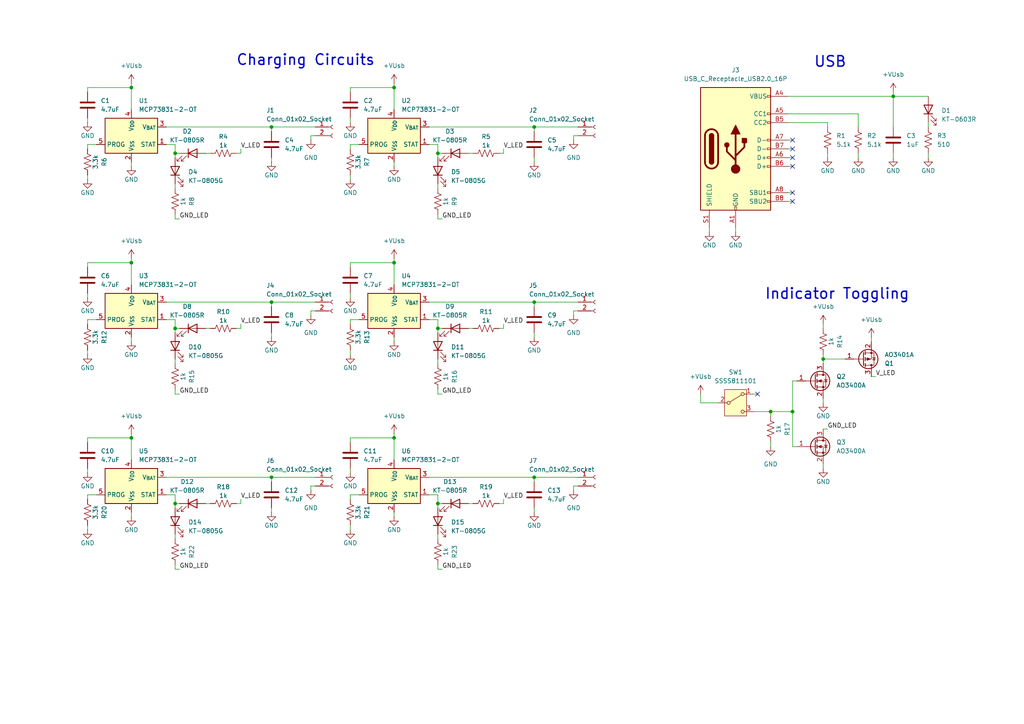
<source format=kicad_sch>
(kicad_sch (version 20250114) (generator "eeschema") (generator_version "9.0")
  (paper "A4")
  (title_block (title "AltusCharger") (date "2025-08-06") (rev "1.0") (company "Brian Parks"))
  (text "USB" (at 240.792 18.034 0) (effects (font (size 3.048 3.048) (thickness 0.4064) (bold yes))))
  (text "Charging Circuits" (at 88.646 17.526 0) (effects (font (size 3.048 3.048) (thickness 0.4064) (bold yes))))
  (text "Indicator Toggling" (at 242.824 85.344 0) (effects (font (size 3.048 3.048) (thickness 0.4064) (bold yes))))
  (junction (at 38.1 127))
  (junction (at 127 95.25))
  (junction (at 114.3 76.2))
  (junction (at 38.1 25.4))
  (junction (at 154.94 36.83))
  (junction (at 38.1 76.2))
  (junction (at 114.3 127))
  (junction (at 50.8 146.05))
  (junction (at 238.76 104.14))
  (junction (at 50.8 44.45))
  (junction (at 78.74 138.43))
  (junction (at 78.74 36.83))
  (junction (at 229.87 119.38))
  (junction (at 223.52 119.38))
  (junction (at 154.94 87.63))
  (junction (at 127 44.45))
  (junction (at 50.8 95.25))
  (junction (at 127 146.05))
  (junction (at 259.08 27.94))
  (junction (at 114.3 25.4))
  (junction (at 154.94 138.43))
  (junction (at 78.74 87.63))
  (no_connect (at 229.87 58.42))
  (no_connect (at 229.87 48.26))
  (no_connect (at 229.87 40.64))
  (no_connect (at 219.71 114.3))
  (no_connect (at 229.87 43.18))
  (no_connect (at 229.87 45.72))
  (no_connect (at 229.87 55.88))
  (wire (pts (xy 213.36 66.04) (xy 213.36 67.31)))
  (wire (pts (xy 219.71 114.3) (xy 218.44 114.3)))
  (wire (pts (xy 259.08 27.94) (xy 269.24 27.94)))
  (wire (pts (xy 101.6 135.89) (xy 101.6 137.16)))
  (wire (pts (xy 252.73 109.22) (xy 254 109.22)))
  (wire (pts (xy 137.16 95.25) (xy 135.89 95.25)))
  (wire (pts (xy 127 165.1) (xy 127 163.83)))
  (wire (pts (xy 38.1 125.73) (xy 38.1 127)))
  (wire (pts (xy 259.08 26.67) (xy 259.08 27.94)))
  (wire (pts (xy 128.27 63.5) (xy 127 63.5)))
  (wire (pts (xy 127 95.25) (xy 128.27 95.25)))
  (wire (pts (xy 223.52 128.27) (xy 223.52 129.54)))
  (wire (pts (xy 154.94 46.99) (xy 154.94 45.72)))
  (wire (pts (xy 25.4 153.67) (xy 25.4 152.4)))
  (wire (pts (xy 166.37 90.17) (xy 167.64 90.17)))
  (wire (pts (xy 127 147.32) (xy 127 146.05)))
  (wire (pts (xy 127 146.05) (xy 128.27 146.05)))
  (wire (pts (xy 229.87 129.54) (xy 229.87 119.38)))
  (wire (pts (xy 50.8 114.3) (xy 50.8 113.03)))
  (wire (pts (xy 50.8 45.72) (xy 50.8 44.45)))
  (wire (pts (xy 203.2 116.84) (xy 208.28 116.84)))
  (wire (pts (xy 69.85 146.05) (xy 68.58 146.05)))
  (wire (pts (xy 114.3 125.73) (xy 114.3 127)))
  (wire (pts (xy 228.6 27.94) (xy 259.08 27.94)))
  (wire (pts (xy 229.87 110.49) (xy 231.14 110.49)))
  (wire (pts (xy 25.4 128.27) (xy 25.4 127)))
  (wire (pts (xy 52.07 165.1) (xy 50.8 165.1)))
  (wire (pts (xy 78.74 97.79) (xy 78.74 96.52)))
  (wire (pts (xy 154.94 148.59) (xy 154.94 147.32)))
  (wire (pts (xy 114.3 48.26) (xy 114.3 46.99)))
  (wire (pts (xy 114.3 76.2) (xy 114.3 82.55)))
  (wire (pts (xy 269.24 35.56) (xy 269.24 36.83)))
  (wire (pts (xy 127 53.34) (xy 127 54.61)))
  (wire (pts (xy 38.1 149.86) (xy 38.1 148.59)))
  (wire (pts (xy 127 114.3) (xy 127 113.03)))
  (wire (pts (xy 252.73 97.79) (xy 252.73 99.06)))
  (wire (pts (xy 127 63.5) (xy 127 62.23)))
  (wire (pts (xy 38.1 25.4) (xy 38.1 31.75)))
  (wire (pts (xy 90.17 140.97) (xy 91.44 140.97)))
  (wire (pts (xy 50.8 92.71) (xy 50.8 95.25)))
  (wire (pts (xy 50.8 143.51) (xy 50.8 146.05)))
  (wire (pts (xy 137.16 146.05) (xy 135.89 146.05)))
  (wire (pts (xy 154.94 138.43) (xy 154.94 139.7)))
  (wire (pts (xy 25.4 85.09) (xy 25.4 86.36)))
  (wire (pts (xy 38.1 74.93) (xy 38.1 76.2)))
  (wire (pts (xy 205.74 66.04) (xy 205.74 67.31)))
  (wire (pts (xy 50.8 154.94) (xy 50.8 156.21)))
  (wire (pts (xy 50.8 41.91) (xy 50.8 44.45)))
  (wire (pts (xy 124.46 138.43) (xy 154.94 138.43)))
  (wire (pts (xy 146.05 144.78) (xy 146.05 146.05)))
  (wire (pts (xy 238.76 134.62) (xy 238.76 135.89)))
  (wire (pts (xy 50.8 96.52) (xy 50.8 95.25)))
  (wire (pts (xy 101.6 43.18) (xy 101.6 41.91)))
  (wire (pts (xy 238.76 115.57) (xy 238.76 116.84)))
  (wire (pts (xy 38.1 24.13) (xy 38.1 25.4)))
  (wire (pts (xy 25.4 144.78) (xy 25.4 143.51)))
  (wire (pts (xy 166.37 140.97) (xy 166.37 142.24)))
  (wire (pts (xy 154.94 87.63) (xy 167.64 87.63)))
  (wire (pts (xy 218.44 119.38) (xy 223.52 119.38)))
  (wire (pts (xy 166.37 39.37) (xy 167.64 39.37)))
  (wire (pts (xy 248.92 33.02) (xy 248.92 36.83)))
  (wire (pts (xy 48.26 92.71) (xy 50.8 92.71)))
  (wire (pts (xy 25.4 135.89) (xy 25.4 137.16)))
  (wire (pts (xy 50.8 95.25) (xy 52.07 95.25)))
  (wire (pts (xy 166.37 90.17) (xy 166.37 91.44)))
  (wire (pts (xy 114.3 25.4) (xy 114.3 31.75)))
  (wire (pts (xy 90.17 39.37) (xy 91.44 39.37)))
  (wire (pts (xy 127 44.45) (xy 128.27 44.45)))
  (wire (pts (xy 114.3 127) (xy 114.3 133.35)))
  (wire (pts (xy 69.85 44.45) (xy 68.58 44.45)))
  (wire (pts (xy 25.4 76.2) (xy 38.1 76.2)))
  (wire (pts (xy 229.87 119.38) (xy 223.52 119.38)))
  (wire (pts (xy 48.26 36.83) (xy 78.74 36.83)))
  (wire (pts (xy 114.3 24.13) (xy 114.3 25.4)))
  (wire (pts (xy 114.3 149.86) (xy 114.3 148.59)))
  (wire (pts (xy 124.46 143.51) (xy 127 143.51)))
  (wire (pts (xy 101.6 143.51) (xy 104.14 143.51)))
  (wire (pts (xy 124.46 92.71) (xy 127 92.71)))
  (wire (pts (xy 229.87 58.42) (xy 228.6 58.42)))
  (wire (pts (xy 50.8 44.45) (xy 52.07 44.45)))
  (wire (pts (xy 48.26 41.91) (xy 50.8 41.91)))
  (wire (pts (xy 25.4 127) (xy 38.1 127)))
  (wire (pts (xy 124.46 87.63) (xy 154.94 87.63)))
  (wire (pts (xy 238.76 102.87) (xy 238.76 104.14)))
  (wire (pts (xy 38.1 48.26) (xy 38.1 46.99)))
  (wire (pts (xy 101.6 25.4) (xy 114.3 25.4)))
  (wire (pts (xy 25.4 34.29) (xy 25.4 35.56)))
  (wire (pts (xy 229.87 40.64) (xy 228.6 40.64)))
  (wire (pts (xy 25.4 25.4) (xy 38.1 25.4)))
  (wire (pts (xy 38.1 76.2) (xy 38.1 82.55)))
  (wire (pts (xy 25.4 43.18) (xy 25.4 41.91)))
  (wire (pts (xy 69.85 95.25) (xy 68.58 95.25)))
  (wire (pts (xy 127 104.14) (xy 127 105.41)))
  (wire (pts (xy 25.4 102.87) (xy 25.4 101.6)))
  (wire (pts (xy 101.6 102.87) (xy 101.6 101.6)))
  (wire (pts (xy 69.85 93.98) (xy 69.85 95.25)))
  (wire (pts (xy 60.96 146.05) (xy 59.69 146.05)))
  (wire (pts (xy 127 143.51) (xy 127 146.05)))
  (wire (pts (xy 69.85 144.78) (xy 69.85 146.05)))
  (wire (pts (xy 78.74 148.59) (xy 78.74 147.32)))
  (wire (pts (xy 146.05 44.45) (xy 144.78 44.45)))
  (wire (pts (xy 154.94 36.83) (xy 154.94 38.1)))
  (wire (pts (xy 154.94 97.79) (xy 154.94 96.52)))
  (wire (pts (xy 101.6 41.91) (xy 104.14 41.91)))
  (wire (pts (xy 127 92.71) (xy 127 95.25)))
  (wire (pts (xy 50.8 147.32) (xy 50.8 146.05)))
  (wire (pts (xy 114.3 74.93) (xy 114.3 76.2)))
  (wire (pts (xy 240.03 36.83) (xy 240.03 35.56)))
  (wire (pts (xy 25.4 41.91) (xy 27.94 41.91)))
  (wire (pts (xy 259.08 27.94) (xy 259.08 36.83)))
  (wire (pts (xy 124.46 36.83) (xy 154.94 36.83)))
  (wire (pts (xy 203.2 114.3) (xy 203.2 116.84)))
  (wire (pts (xy 78.74 36.83) (xy 78.74 38.1)))
  (wire (pts (xy 101.6 153.67) (xy 101.6 152.4)))
  (wire (pts (xy 128.27 114.3) (xy 127 114.3)))
  (wire (pts (xy 259.08 44.45) (xy 259.08 45.72)))
  (wire (pts (xy 269.24 44.45) (xy 269.24 45.72)))
  (wire (pts (xy 101.6 52.07) (xy 101.6 50.8)))
  (wire (pts (xy 228.6 33.02) (xy 248.92 33.02)))
  (wire (pts (xy 78.74 138.43) (xy 78.74 139.7)))
  (wire (pts (xy 166.37 140.97) (xy 167.64 140.97)))
  (wire (pts (xy 25.4 92.71) (xy 27.94 92.71)))
  (wire (pts (xy 154.94 36.83) (xy 167.64 36.83)))
  (wire (pts (xy 78.74 46.99) (xy 78.74 45.72)))
  (wire (pts (xy 127 154.94) (xy 127 156.21)))
  (wire (pts (xy 114.3 99.06) (xy 114.3 97.79)))
  (wire (pts (xy 38.1 99.06) (xy 38.1 97.79)))
  (wire (pts (xy 25.4 143.51) (xy 27.94 143.51)))
  (wire (pts (xy 238.76 104.14) (xy 245.11 104.14)))
  (wire (pts (xy 48.26 143.51) (xy 50.8 143.51)))
  (wire (pts (xy 78.74 138.43) (xy 91.44 138.43)))
  (wire (pts (xy 25.4 77.47) (xy 25.4 76.2)))
  (wire (pts (xy 146.05 95.25) (xy 144.78 95.25)))
  (wire (pts (xy 238.76 93.98) (xy 238.76 95.25)))
  (wire (pts (xy 60.96 95.25) (xy 59.69 95.25)))
  (wire (pts (xy 166.37 39.37) (xy 166.37 40.64)))
  (wire (pts (xy 78.74 87.63) (xy 78.74 88.9)))
  (wire (pts (xy 78.74 87.63) (xy 91.44 87.63)))
  (wire (pts (xy 240.03 44.45) (xy 240.03 45.72)))
  (wire (pts (xy 90.17 140.97) (xy 90.17 142.24)))
  (wire (pts (xy 146.05 43.18) (xy 146.05 44.45)))
  (wire (pts (xy 101.6 92.71) (xy 104.14 92.71)))
  (wire (pts (xy 101.6 144.78) (xy 101.6 143.51)))
  (wire (pts (xy 101.6 34.29) (xy 101.6 35.56)))
  (wire (pts (xy 154.94 138.43) (xy 167.64 138.43)))
  (wire (pts (xy 229.87 55.88) (xy 228.6 55.88)))
  (wire (pts (xy 90.17 90.17) (xy 90.17 91.44)))
  (wire (pts (xy 248.92 44.45) (xy 248.92 45.72)))
  (wire (pts (xy 229.87 45.72) (xy 228.6 45.72)))
  (wire (pts (xy 25.4 26.67) (xy 25.4 25.4)))
  (wire (pts (xy 38.1 127) (xy 38.1 133.35)))
  (wire (pts (xy 101.6 85.09) (xy 101.6 86.36)))
  (wire (pts (xy 78.74 36.83) (xy 91.44 36.83)))
  (wire (pts (xy 52.07 63.5) (xy 50.8 63.5)))
  (wire (pts (xy 50.8 53.34) (xy 50.8 54.61)))
  (wire (pts (xy 90.17 90.17) (xy 91.44 90.17)))
  (wire (pts (xy 50.8 146.05) (xy 52.07 146.05)))
  (wire (pts (xy 101.6 77.47) (xy 101.6 76.2)))
  (wire (pts (xy 238.76 124.46) (xy 240.03 124.46)))
  (wire (pts (xy 124.46 41.91) (xy 127 41.91)))
  (wire (pts (xy 25.4 52.07) (xy 25.4 50.8)))
  (wire (pts (xy 90.17 39.37) (xy 90.17 40.64)))
  (wire (pts (xy 223.52 119.38) (xy 223.52 120.65)))
  (wire (pts (xy 101.6 128.27) (xy 101.6 127)))
  (wire (pts (xy 101.6 26.67) (xy 101.6 25.4)))
  (wire (pts (xy 101.6 76.2) (xy 114.3 76.2)))
  (wire (pts (xy 240.03 35.56) (xy 228.6 35.56)))
  (wire (pts (xy 101.6 127) (xy 114.3 127)))
  (wire (pts (xy 25.4 93.98) (xy 25.4 92.71)))
  (wire (pts (xy 154.94 87.63) (xy 154.94 88.9)))
  (wire (pts (xy 52.07 114.3) (xy 50.8 114.3)))
  (wire (pts (xy 60.96 44.45) (xy 59.69 44.45)))
  (wire (pts (xy 127 96.52) (xy 127 95.25)))
  (wire (pts (xy 146.05 146.05) (xy 144.78 146.05)))
  (wire (pts (xy 69.85 43.18) (xy 69.85 44.45)))
  (wire (pts (xy 48.26 87.63) (xy 78.74 87.63)))
  (wire (pts (xy 229.87 110.49) (xy 229.87 119.38)))
  (wire (pts (xy 238.76 104.14) (xy 238.76 105.41)))
  (wire (pts (xy 48.26 138.43) (xy 78.74 138.43)))
  (wire (pts (xy 127 45.72) (xy 127 44.45)))
  (wire (pts (xy 50.8 165.1) (xy 50.8 163.83)))
  (wire (pts (xy 146.05 93.98) (xy 146.05 95.25)))
  (wire (pts (xy 101.6 93.98) (xy 101.6 92.71)))
  (wire (pts (xy 128.27 165.1) (xy 127 165.1)))
  (wire (pts (xy 229.87 129.54) (xy 231.14 129.54)))
  (wire (pts (xy 50.8 104.14) (xy 50.8 105.41)))
  (wire (pts (xy 229.87 48.26) (xy 228.6 48.26)))
  (wire (pts (xy 50.8 63.5) (xy 50.8 62.23)))
  (wire (pts (xy 127 41.91) (xy 127 44.45)))
  (wire (pts (xy 229.87 43.18) (xy 228.6 43.18)))
  (wire (pts (xy 137.16 44.45) (xy 135.89 44.45)))
  (label "V_LED" (at 254 109.22 0))
  (label "V_LED" (at 146.05 144.78 0))
  (label "GND_LED" (at 128.27 165.1 0))
  (label "V_LED" (at 69.85 144.78 0))
  (label "GND_LED" (at 52.07 165.1 0))
  (label "V_LED" (at 69.85 43.18 0))
  (label "GND_LED" (at 128.27 114.3 0))
  (label "V_LED" (at 146.05 93.98 0))
  (label "GND_LED" (at 240.03 124.46 0))
  (label "V_LED" (at 69.85 93.98 0))
  (label "GND_LED" (at 52.07 63.5 0))
  (label "V_LED" (at 146.05 43.18 0))
  (label "GND_LED" (at 52.07 114.3 0))
  (label "GND_LED" (at 128.27 63.5 0))
  (symbol (lib_id "power:GND") (at 238.76 116.84 0) (unit 1)
    (property "Reference" "#PWR039" (effects (hide yes)))
    (property "Value" "GND" (at 238.76 120.65 0))
    (property "Description" "Power symbol creates a global label with name \"GND\" , ground" (effects (hide yes)))
  )
  (symbol (lib_id "power:GND") (at 78.74 148.59 0) (unit 1)
    (property "Reference" "#PWR048" (effects (hide yes)))
    (property "Value" "GND" (at 78.74 152.4 0))
    (property "Description" "Power symbol creates a global label with name \"GND\" , ground" (effects (hide yes)))
  )
  (symbol (lib_id "Connector:Conn_01x02_Socket") (at 172.72 138.43 0) (unit 1)
    (property "Reference" "J7" (at 153.416 133.604 0) (effects (justify left)))
    (property "Value" "Conn_01x02_Socket" (at 153.416 136.144 0) (effects (justify left)))
    (property "Footprint" "Connector_JST:JST_PH_B2B-PH-K_1x02_P2.00mm_Vertical" (effects (hide yes)))
    (property "Description" "Generic connector, single row, 01x02, script generated" (effects (hide yes)))
    (property "JLCPCB Part #" "C2319" (effects (hide yes)))
  )
  (symbol (lib_id "Device:R_US") (at 140.97 146.05 90) (unit 1)
    (property "Reference" "R19" (at 140.97 141.224 90))
    (property "Value" "1k" (at 140.97 143.764 90))
    (property "Footprint" "Resistor_SMD:R_0402_1005Metric" (effects (hide yes)))
    (property "Datasheet" "https://jlcpcb.com/api/file/downloadByFileSystemAccessId/8579705924167974912" (effects (hide yes)))
    (property "Description" "Resistor, US symbol" (effects (hide yes)))
    (property "JLCPCB Part #" "C11702" (effects (hide yes)))
  )
  (symbol (lib_id "Device:R_US") (at 238.76 99.06 0) (unit 1)
    (property "Reference" "R14" (at 243.586 99.06 90))
    (property "Value" "1k" (at 241.046 99.06 90))
    (property "Footprint" "Resistor_SMD:R_0402_1005Metric" (effects (hide yes)))
    (property "Datasheet" "https://jlcpcb.com/api/file/downloadByFileSystemAccessId/8579705924167974912" (effects (hide yes)))
    (property "Description" "Resistor, US symbol" (effects (hide yes)))
    (property "JLCPCB Part #" "C11702" (effects (hide yes)))
  )
  (symbol (lib_id "power:GND") (at 114.3 99.06 0) (unit 1)
    (property "Reference" "#PWR033" (effects (hide yes)))
    (property "Value" "GND" (at 114.3 102.87 0))
    (property "Description" "Power symbol creates a global label with name \"GND\" , ground" (effects (hide yes)))
  )
  (symbol (lib_id "Device:C") (at 78.74 92.71 0) (unit 1)
    (property "Reference" "C8" (at 82.55 91.4399 0) (effects (justify left)))
    (property "Value" "4.7uF" (at 82.55 93.9799 0) (effects (justify left)))
    (property "Footprint" "Capacitor_SMD:C_0402_1005Metric" (effects (hide yes)))
    (property "Datasheet" "https://jlcpcb.com/api/file/downloadByFileSystemAccessId/8579707174974914560" (effects (hide yes)))
    (property "Description" "Unpolarized capacitor" (effects (hide yes)))
    (property "JLCPCB Part #" "C23733" (effects (hide yes)))
  )
  (symbol (lib_id "Device:R_US") (at 101.6 46.99 0) (unit 1)
    (property "Reference" "R7" (at 106.426 46.99 90))
    (property "Value" "3.3k" (at 103.886 46.99 90))
    (property "Footprint" "Resistor_SMD:R_0402_1005Metric" (effects (hide yes)))
    (property "Datasheet" "https://jlcpcb.com/api/file/downloadByFileSystemAccessId/8579705924167974912" (effects (hide yes)))
    (property "Description" "Resistor, US symbol" (effects (hide yes)))
    (property "JLCPCB Part #" "C25890" (effects (hide yes)))
  )
  (symbol (lib_id "Device:R_US") (at 50.8 58.42 0) (unit 1)
    (property "Reference" "R8" (at 55.626 58.42 90))
    (property "Value" "1k" (at 53.086 58.42 90))
    (property "Footprint" "Resistor_SMD:R_0402_1005Metric" (effects (hide yes)))
    (property "Datasheet" "https://jlcpcb.com/api/file/downloadByFileSystemAccessId/8579705924167974912" (effects (hide yes)))
    (property "Description" "Resistor, US symbol" (effects (hide yes)))
    (property "JLCPCB Part #" "C11702" (effects (hide yes)))
  )
  (symbol (lib_id "power:GND") (at 90.17 142.24 0) (unit 1)
    (property "Reference" "#PWR045" (effects (hide yes)))
    (property "Value" "GND" (at 90.17 147.32 0))
    (property "Description" "Power symbol creates a global label with name \"GND\" , ground" (effects (hide yes)))
  )
  (symbol (lib_id "Device:C") (at 78.74 143.51 0) (unit 1)
    (property "Reference" "C12" (at 82.55 142.2399 0) (effects (justify left)))
    (property "Value" "4.7uF" (at 82.55 144.7799 0) (effects (justify left)))
    (property "Footprint" "Capacitor_SMD:C_0402_1005Metric" (effects (hide yes)))
    (property "Datasheet" "https://jlcpcb.com/api/file/downloadByFileSystemAccessId/8579707174974914560" (effects (hide yes)))
    (property "Description" "Unpolarized capacitor" (effects (hide yes)))
    (property "JLCPCB Part #" "C23733" (effects (hide yes)))
  )
  (symbol (lib_id "Device:R_US") (at 127 160.02 0) (unit 1)
    (property "Reference" "R23" (at 131.826 160.02 90))
    (property "Value" "1k" (at 129.286 160.02 90))
    (property "Footprint" "Resistor_SMD:R_0402_1005Metric" (effects (hide yes)))
    (property "Datasheet" "https://jlcpcb.com/api/file/downloadByFileSystemAccessId/8579705924167974912" (effects (hide yes)))
    (property "Description" "Resistor, US symbol" (effects (hide yes)))
    (property "JLCPCB Part #" "C11702" (effects (hide yes)))
  )
  (symbol (lib_id "Transistor_FET:AO3400A") (at 236.22 110.49 0) (unit 1)
    (property "Reference" "Q2" (at 242.57 109.2199 0) (effects (justify left)))
    (property "Value" "AO3400A" (at 242.57 111.7599 0) (effects (justify left)))
    (property "Footprint" "Package_TO_SOT_SMD:SOT-23" (effects (hide yes)))
    (property "Datasheet" "http://www.aosmd.com/pdfs/datasheet/AO3400A.pdf" (effects (hide yes)))
    (property "Description" "30V Vds, 5.7A Id, N-Channel MOSFET, SOT-23" (effects (hide yes)))
    (property "JLCPCB Part #" "C20917" (effects (hide yes)))
  )
  (symbol (lib_id "Device:LED") (at 127 49.53 90) (unit 1)
    (property "Reference" "D5" (at 130.81 49.8474 90) (effects (justify right)))
    (property "Value" "KT-0805G" (at 130.81 52.3874 90) (effects (justify right)))
    (property "Footprint" "LED_SMD:LED_0805_2012Metric" (effects (hide yes)))
    (property "Description" "Light emitting diode" (effects (hide yes)))
    (property "JLCPCB Part #" "C2297" (effects (hide yes)))
    (property "Sim.Pins" "1=K 2=A" (effects (hide yes)))
  )
  (symbol (lib_id "power:GND") (at 114.3 48.26 0) (unit 1)
    (property "Reference" "#PWR015" (effects (hide yes)))
    (property "Value" "GND" (at 114.3 52.07 0))
    (property "Description" "Power symbol creates a global label with name \"GND\" , ground" (effects (hide yes)))
  )
  (symbol (lib_id "Device:LED") (at 55.88 44.45 0) (unit 1)
    (property "Reference" "D2" (at 54.2925 38.1 0))
    (property "Value" "KT-0805R" (at 54.2925 40.64 0))
    (property "Footprint" "LED_SMD:LED_0805_2012Metric" (effects (hide yes)))
    (property "Description" "Light emitting diode" (effects (hide yes)))
    (property "JLCPCB Part #" "C2295" (effects (hide yes)))
    (property "Sim.Pins" "1=K 2=A" (effects (hide yes)))
  )
  (symbol (lib_id "power:GND") (at 38.1 48.26 0) (unit 1)
    (property "Reference" "#PWR014" (effects (hide yes)))
    (property "Value" "GND" (at 38.1 52.07 0))
    (property "Description" "Power symbol creates a global label with name \"GND\" , ground" (effects (hide yes)))
  )
  (symbol (lib_id "Device:LED") (at 127 100.33 90) (unit 1)
    (property "Reference" "D11" (at 130.81 100.6474 90) (effects (justify right)))
    (property "Value" "KT-0805G" (at 130.81 103.1874 90) (effects (justify right)))
    (property "Footprint" "LED_SMD:LED_0805_2012Metric" (effects (hide yes)))
    (property "Description" "Light emitting diode" (effects (hide yes)))
    (property "JLCPCB Part #" "C2297" (effects (hide yes)))
    (property "Sim.Pins" "1=K 2=A" (effects (hide yes)))
  )
  (symbol (lib_id "Connector:Conn_01x02_Socket") (at 96.52 36.83 0) (unit 1)
    (property "Reference" "J1" (at 77.216 32.004 0) (effects (justify left)))
    (property "Value" "Conn_01x02_Socket" (at 77.216 34.544 0) (effects (justify left)))
    (property "Footprint" "Connector_JST:JST_PH_B2B-PH-K_1x02_P2.00mm_Vertical" (effects (hide yes)))
    (property "Description" "Generic connector, single row, 01x02, script generated" (effects (hide yes)))
    (property "JLCPCB Part #" "C2319" (effects (hide yes)))
  )
  (symbol (lib_id "power:GND") (at 101.6 137.16 0) (unit 1)
    (property "Reference" "#PWR043" (effects (hide yes)))
    (property "Value" "GND" (at 101.6 140.97 0))
    (property "Description" "Power symbol creates a global label with name \"GND\" , ground" (effects (hide yes)))
  )
  (symbol (lib_id "power:GND") (at 25.4 35.56 0) (unit 1)
    (property "Reference" "#PWR04" (effects (hide yes)))
    (property "Value" "GND" (at 25.4 39.37 0))
    (property "Description" "Power symbol creates a global label with name \"GND\" , ground" (effects (hide yes)))
  )
  (symbol (lib_id "Device:R_US") (at 248.92 40.64 0) (unit 1)
    (property "Reference" "R2" (at 251.46 39.3699 0) (effects (justify left)))
    (property "Value" "5.1k" (at 251.46 41.9099 0) (effects (justify left)))
    (property "Footprint" "Resistor_SMD:R_0402_1005Metric" (effects (hide yes)))
    (property "Datasheet" "https://jlcpcb.com/api/file/downloadByFileSystemAccessId/8579706036003409920" (effects (hide yes)))
    (property "Description" "Resistor, US symbol" (effects (hide yes)))
    (property "JLCPCB Part #" "C25905" (effects (hide yes)))
  )
  (symbol (lib_id "Device:C") (at 25.4 30.48 0) (unit 1)
    (property "Reference" "C1" (at 29.21 29.2099 0) (effects (justify left)))
    (property "Value" "4.7uF" (at 29.21 31.7499 0) (effects (justify left)))
    (property "Footprint" "Capacitor_SMD:C_0402_1005Metric" (effects (hide yes)))
    (property "Datasheet" "https://jlcpcb.com/api/file/downloadByFileSystemAccessId/8579707174974914560" (effects (hide yes)))
    (property "Description" "Unpolarized capacitor" (effects (hide yes)))
    (property "JLCPCB Part #" "C23733" (effects (hide yes)))
  )
  (symbol (lib_id "Device:LED") (at 132.08 95.25 0) (unit 1)
    (property "Reference" "D9" (at 130.4925 88.9 0))
    (property "Value" "KT-0805R" (at 130.4925 91.44 0))
    (property "Footprint" "LED_SMD:LED_0805_2012Metric" (effects (hide yes)))
    (property "Description" "Light emitting diode" (effects (hide yes)))
    (property "JLCPCB Part #" "C2295" (effects (hide yes)))
    (property "Sim.Pins" "1=K 2=A" (effects (hide yes)))
  )
  (symbol (lib_id "Connector:Conn_01x02_Socket") (at 172.72 36.83 0) (unit 1)
    (property "Reference" "J2" (at 153.416 32.004 0) (effects (justify left)))
    (property "Value" "Conn_01x02_Socket" (at 153.416 34.544 0) (effects (justify left)))
    (property "Footprint" "Connector_JST:JST_PH_B2B-PH-K_1x02_P2.00mm_Vertical" (effects (hide yes)))
    (property "Description" "Generic connector, single row, 01x02, script generated" (effects (hide yes)))
    (property "JLCPCB Part #" "C2319" (effects (hide yes)))
  )
  (symbol (lib_id "power:GND") (at 166.37 142.24 0) (unit 1)
    (property "Reference" "#PWR046" (effects (hide yes)))
    (property "Value" "GND" (at 166.37 147.32 0))
    (property "Description" "Power symbol creates a global label with name \"GND\" , ground" (effects (hide yes)))
  )
  (symbol (lib_id "Device:R_US") (at 64.77 146.05 90) (unit 1)
    (property "Reference" "R18" (at 64.77 141.224 90))
    (property "Value" "1k" (at 64.77 143.764 90))
    (property "Footprint" "Resistor_SMD:R_0402_1005Metric" (effects (hide yes)))
    (property "Datasheet" "https://jlcpcb.com/api/file/downloadByFileSystemAccessId/8579705924167974912" (effects (hide yes)))
    (property "Description" "Resistor, US symbol" (effects (hide yes)))
    (property "JLCPCB Part #" "C11702" (effects (hide yes)))
  )
  (symbol (lib_id "power:GND") (at 90.17 91.44 0) (unit 1)
    (property "Reference" "#PWR028" (effects (hide yes)))
    (property "Value" "GND" (at 90.17 96.52 0))
    (property "Description" "Power symbol creates a global label with name \"GND\" , ground" (effects (hide yes)))
  )
  (symbol (lib_id "power:GND") (at 101.6 86.36 0) (unit 1)
    (property "Reference" "#PWR027" (effects (hide yes)))
    (property "Value" "GND" (at 101.6 90.17 0))
    (property "Description" "Power symbol creates a global label with name \"GND\" , ground" (effects (hide yes)))
  )
  (symbol (lib_id "Device:C") (at 101.6 132.08 0) (unit 1)
    (property "Reference" "C11" (at 105.41 130.8099 0) (effects (justify left)))
    (property "Value" "4.7uF" (at 105.41 133.3499 0) (effects (justify left)))
    (property "Footprint" "Capacitor_SMD:C_0402_1005Metric" (effects (hide yes)))
    (property "Datasheet" "https://jlcpcb.com/api/file/downloadByFileSystemAccessId/8579707174974914560" (effects (hide yes)))
    (property "Description" "Unpolarized capacitor" (effects (hide yes)))
    (property "JLCPCB Part #" "C23733" (effects (hide yes)))
  )
  (symbol (lib_id "Device:R_US") (at 269.24 40.64 0) (unit 1)
    (property "Reference" "R3" (at 271.78 39.3699 0) (effects (justify left)))
    (property "Value" "510" (at 271.78 41.9099 0) (effects (justify left)))
    (property "Footprint" "Resistor_SMD:R_0402_1005Metric" (effects (hide yes)))
    (property "Datasheet" "https://jlcpcb.com/api/file/downloadByFileSystemAccessId/8579706044791963648" (effects (hide yes)))
    (property "Description" "Resistor, US symbol" (effects (hide yes)))
    (property "JLCPCB Part #" "C25123" (effects (hide yes)))
  )
  (symbol (lib_id "Device:R_US") (at 64.77 44.45 90) (unit 1)
    (property "Reference" "R4" (at 64.77 39.624 90))
    (property "Value" "1k" (at 64.77 42.164 90))
    (property "Footprint" "Resistor_SMD:R_0402_1005Metric" (effects (hide yes)))
    (property "Datasheet" "https://jlcpcb.com/api/file/downloadByFileSystemAccessId/8579705924167974912" (effects (hide yes)))
    (property "Description" "Resistor, US symbol" (effects (hide yes)))
    (property "JLCPCB Part #" "C11702" (effects (hide yes)))
  )
  (symbol (lib_id "Switch:SW_SPDT") (at 213.36 116.84 0) (unit 1)
    (property "Reference" "SW1" (at 213.36 107.95 0))
    (property "Value" "SSSS811101" (at 213.36 110.49 0))
    (property "Footprint" "AltusCharger-Lib:SW_SSSS811101" (effects (hide yes)))
    (property "Description" "Switch, single pole double throw" (effects (hide yes)))
    (property "JLCPCB Part #" "C109335" (effects (hide yes)))
  )
  (symbol (lib_id "Device:R_US") (at 25.4 148.59 0) (unit 1)
    (property "Reference" "R20" (at 30.226 148.59 90))
    (property "Value" "3.3k" (at 27.686 148.59 90))
    (property "Footprint" "Resistor_SMD:R_0402_1005Metric" (effects (hide yes)))
    (property "Datasheet" "https://jlcpcb.com/api/file/downloadByFileSystemAccessId/8579705924167974912" (effects (hide yes)))
    (property "Description" "Resistor, US symbol" (effects (hide yes)))
    (property "JLCPCB Part #" "C25890" (effects (hide yes)))
  )
  (symbol (lib_id "power:GND") (at 38.1 99.06 0) (unit 1)
    (property "Reference" "#PWR032" (effects (hide yes)))
    (property "Value" "GND" (at 38.1 102.87 0))
    (property "Description" "Power symbol creates a global label with name \"GND\" , ground" (effects (hide yes)))
  )
  (symbol (lib_id "Device:C") (at 259.08 40.64 0) (unit 1)
    (property "Reference" "C3" (at 262.89 39.3699 0) (effects (justify left)))
    (property "Value" "1uF" (at 262.89 41.9099 0) (effects (justify left)))
    (property "Footprint" "Capacitor_SMD:C_0402_1005Metric" (effects (hide yes)))
    (property "Datasheet" "https://jlcpcb.com/api/file/downloadByFileSystemAccessId/8579707174974914560" (effects (hide yes)))
    (property "Description" "Unpolarized capacitor" (effects (hide yes)))
    (property "JLCPCB Part #" "C52923" (effects (hide yes)))
  )
  (symbol (lib_id "Device:LED") (at 132.08 44.45 0) (unit 1)
    (property "Reference" "D3" (at 130.4925 38.1 0))
    (property "Value" "KT-0805R" (at 130.4925 40.64 0))
    (property "Footprint" "LED_SMD:LED_0805_2012Metric" (effects (hide yes)))
    (property "Description" "Light emitting diode" (effects (hide yes)))
    (property "JLCPCB Part #" "C2295" (effects (hide yes)))
    (property "Sim.Pins" "1=K 2=A" (effects (hide yes)))
  )
  (symbol (lib_id "Device:R_US") (at 127 109.22 0) (unit 1)
    (property "Reference" "R16" (at 131.826 109.22 90))
    (property "Value" "1k" (at 129.286 109.22 90))
    (property "Footprint" "Resistor_SMD:R_0402_1005Metric" (effects (hide yes)))
    (property "Datasheet" "https://jlcpcb.com/api/file/downloadByFileSystemAccessId/8579705924167974912" (effects (hide yes)))
    (property "Description" "Resistor, US symbol" (effects (hide yes)))
    (property "JLCPCB Part #" "C11702" (effects (hide yes)))
  )
  (symbol (lib_id "power:GND") (at 101.6 35.56 0) (unit 1)
    (property "Reference" "#PWR05" (effects (hide yes)))
    (property "Value" "GND" (at 101.6 39.37 0))
    (property "Description" "Power symbol creates a global label with name \"GND\" , ground" (effects (hide yes)))
  )
  (symbol (lib_id "Device:C") (at 78.74 41.91 0) (unit 1)
    (property "Reference" "C4" (at 82.55 40.6399 0) (effects (justify left)))
    (property "Value" "4.7uF" (at 82.55 43.1799 0) (effects (justify left)))
    (property "Footprint" "Capacitor_SMD:C_0402_1005Metric" (effects (hide yes)))
    (property "Datasheet" "https://jlcpcb.com/api/file/downloadByFileSystemAccessId/8579707174974914560" (effects (hide yes)))
    (property "Description" "Unpolarized capacitor" (effects (hide yes)))
    (property "JLCPCB Part #" "C23733" (effects (hide yes)))
  )
  (symbol (lib_name "LED_1") (lib_id "Device:LED") (at 269.24 31.75 90) (unit 1)
    (property "Reference" "D1" (at 273.05 32.0674 90) (effects (justify right)))
    (property "Value" "KT-0603R" (at 273.05 34.6074 90) (effects (justify right)))
    (property "Footprint" "LED_SMD:LED_0603_1608Metric" (effects (hide yes)))
    (property "Description" "Light emitting diode" (effects (hide yes)))
    (property "JLCPCB Part #" "C2286" (effects (hide yes)))
    (property "Sim.Pins" "1=K 2=A" (effects (hide yes)))
  )
  (symbol (lib_id "Device:R_US") (at 140.97 44.45 90) (unit 1)
    (property "Reference" "R5" (at 140.97 39.624 90))
    (property "Value" "1k" (at 140.97 42.164 90))
    (property "Footprint" "Resistor_SMD:R_0402_1005Metric" (effects (hide yes)))
    (property "Datasheet" "https://jlcpcb.com/api/file/downloadByFileSystemAccessId/8579705924167974912" (effects (hide yes)))
    (property "Description" "Resistor, US symbol" (effects (hide yes)))
    (property "JLCPCB Part #" "C11702" (effects (hide yes)))
  )
  (symbol (lib_id "AltusCharger-Lib:+VUsb") (at 114.3 24.13 0) (unit 1)
    (property "Reference" "#PWR02" (effects (hide yes)))
    (property "Value" "+VUsb" (at 114.3 19.05 0))
  )
  (symbol (lib_id "Battery_Management:MCP73831-2-OT") (at 38.1 140.97 0) (unit 1)
    (property "Reference" "U5" (at 40.2433 130.81 0) (effects (justify left)))
    (property "Value" "MCP73831-2-OT" (at 40.2433 133.35 0) (effects (justify left)))
    (property "Footprint" "Package_TO_SOT_SMD:SOT-23-5" (effects (hide yes)))
    (property "Datasheet" "http://ww1.microchip.com/downloads/en/DeviceDoc/20001984g.pdf" (effects (hide yes)))
    (property "Description" "Single cell, Li-Ion/Li-Po charge management controller, 4.20V, Tri-State Status Output, in SOT23-5 package" (effects (hide yes)))
    (property "JLCPCB Part #" "C424093" (effects (hide yes)))
  )
  (symbol (lib_id "power:GND") (at 259.08 45.72 0) (unit 1)
    (property "Reference" "#PWR010" (effects (hide yes)))
    (property "Value" "GND" (at 259.08 49.53 0))
    (property "Description" "Power symbol creates a global label with name \"GND\" , ground" (effects (hide yes)))
  )
  (symbol (lib_id "power:GND") (at 25.4 137.16 0) (unit 1)
    (property "Reference" "#PWR042" (effects (hide yes)))
    (property "Value" "GND" (at 25.4 140.97 0))
    (property "Description" "Power symbol creates a global label with name \"GND\" , ground" (effects (hide yes)))
  )
  (symbol (lib_id "Device:LED") (at 55.88 146.05 0) (unit 1)
    (property "Reference" "D12" (at 54.2925 139.7 0))
    (property "Value" "KT-0805R" (at 54.2925 142.24 0))
    (property "Footprint" "LED_SMD:LED_0805_2012Metric" (effects (hide yes)))
    (property "Description" "Light emitting diode" (effects (hide yes)))
    (property "JLCPCB Part #" "C2295" (effects (hide yes)))
    (property "Sim.Pins" "1=K 2=A" (effects (hide yes)))
  )
  (symbol (lib_id "Device:C") (at 25.4 132.08 0) (unit 1)
    (property "Reference" "C10" (at 29.21 130.8099 0) (effects (justify left)))
    (property "Value" "4.7uF" (at 29.21 133.3499 0) (effects (justify left)))
    (property "Footprint" "Capacitor_SMD:C_0402_1005Metric" (effects (hide yes)))
    (property "Datasheet" "https://jlcpcb.com/api/file/downloadByFileSystemAccessId/8579707174974914560" (effects (hide yes)))
    (property "Description" "Unpolarized capacitor" (effects (hide yes)))
    (property "JLCPCB Part #" "C23733" (effects (hide yes)))
  )
  (symbol (lib_id "power:GND") (at 166.37 40.64 0) (unit 1)
    (property "Reference" "#PWR07" (effects (hide yes)))
    (property "Value" "GND" (at 166.37 45.72 0))
    (property "Description" "Power symbol creates a global label with name \"GND\" , ground" (effects (hide yes)))
  )
  (symbol (lib_id "Device:R_US") (at 64.77 95.25 90) (unit 1)
    (property "Reference" "R10" (at 64.77 90.424 90))
    (property "Value" "1k" (at 64.77 92.964 90))
    (property "Footprint" "Resistor_SMD:R_0402_1005Metric" (effects (hide yes)))
    (property "Datasheet" "https://jlcpcb.com/api/file/downloadByFileSystemAccessId/8579705924167974912" (effects (hide yes)))
    (property "Description" "Resistor, US symbol" (effects (hide yes)))
    (property "JLCPCB Part #" "C11702" (effects (hide yes)))
  )
  (symbol (lib_id "Device:R_US") (at 240.03 40.64 0) (unit 1)
    (property "Reference" "R1" (at 242.57 39.3699 0) (effects (justify left)))
    (property "Value" "5.1k" (at 242.57 41.9099 0) (effects (justify left)))
    (property "Footprint" "Resistor_SMD:R_0402_1005Metric" (effects (hide yes)))
    (property "Datasheet" "https://jlcpcb.com/api/file/downloadByFileSystemAccessId/8579706036003409920" (effects (hide yes)))
    (property "Description" "Resistor, US symbol" (effects (hide yes)))
    (property "JLCPCB Part #" "C25905" (effects (hide yes)))
  )
  (symbol (lib_id "AltusCharger-Lib:+VUsb") (at 114.3 74.93 0) (unit 1)
    (property "Reference" "#PWR019" (effects (hide yes)))
    (property "Value" "+VUsb" (at 114.3 69.85 0))
  )
  (symbol (lib_id "Battery_Management:MCP73831-2-OT") (at 114.3 39.37 0) (unit 1)
    (property "Reference" "U2" (at 116.4433 29.21 0) (effects (justify left)))
    (property "Value" "MCP73831-2-OT" (at 116.4433 31.75 0) (effects (justify left)))
    (property "Footprint" "Package_TO_SOT_SMD:SOT-23-5" (effects (hide yes)))
    (property "Datasheet" "http://ww1.microchip.com/downloads/en/DeviceDoc/20001984g.pdf" (effects (hide yes)))
    (property "Description" "Single cell, Li-Ion/Li-Po charge management controller, 4.20V, Tri-State Status Output, in SOT23-5 package" (effects (hide yes)))
    (property "JLCPCB Part #" "C424093" (effects (hide yes)))
  )
  (symbol (lib_id "power:GND") (at 101.6 102.87 0) (unit 1)
    (property "Reference" "#PWR036" (effects (hide yes)))
    (property "Value" "GND" (at 101.6 106.68 0))
    (property "Description" "Power symbol creates a global label with name \"GND\" , ground" (effects (hide yes)))
  )
  (symbol (lib_id "Device:C") (at 25.4 81.28 0) (unit 1)
    (property "Reference" "C6" (at 29.21 80.0099 0) (effects (justify left)))
    (property "Value" "4.7uF" (at 29.21 82.5499 0) (effects (justify left)))
    (property "Footprint" "Capacitor_SMD:C_0402_1005Metric" (effects (hide yes)))
    (property "Datasheet" "https://jlcpcb.com/api/file/downloadByFileSystemAccessId/8579707174974914560" (effects (hide yes)))
    (property "Description" "Unpolarized capacitor" (effects (hide yes)))
    (property "JLCPCB Part #" "C23733" (effects (hide yes)))
  )
  (symbol (lib_id "AltusCharger-Lib:+VUsb") (at 259.08 26.67 0) (unit 1)
    (property "Reference" "#PWR01" (effects (hide yes)))
    (property "Value" "+VUsb" (at 259.08 21.59 0))
  )
  (symbol (lib_id "Device:LED") (at 127 151.13 90) (unit 1)
    (property "Reference" "D15" (at 130.81 151.4474 90) (effects (justify right)))
    (property "Value" "KT-0805G" (at 130.81 153.9874 90) (effects (justify right)))
    (property "Footprint" "LED_SMD:LED_0805_2012Metric" (effects (hide yes)))
    (property "Description" "Light emitting diode" (effects (hide yes)))
    (property "JLCPCB Part #" "C2297" (effects (hide yes)))
    (property "Sim.Pins" "1=K 2=A" (effects (hide yes)))
  )
  (symbol (lib_id "Connector:Conn_01x02_Socket") (at 96.52 138.43 0) (unit 1)
    (property "Reference" "J6" (at 77.216 133.604 0) (effects (justify left)))
    (property "Value" "Conn_01x02_Socket" (at 77.216 136.144 0) (effects (justify left)))
    (property "Footprint" "Connector_JST:JST_PH_B2B-PH-K_1x02_P2.00mm_Vertical" (effects (hide yes)))
    (property "Description" "Generic connector, single row, 01x02, script generated" (effects (hide yes)))
    (property "JLCPCB Part #" "C2319" (effects (hide yes)))
  )
  (symbol (lib_id "Device:C") (at 101.6 81.28 0) (unit 1)
    (property "Reference" "C7" (at 105.41 80.0099 0) (effects (justify left)))
    (property "Value" "4.7uF" (at 105.41 82.5499 0) (effects (justify left)))
    (property "Footprint" "Capacitor_SMD:C_0402_1005Metric" (effects (hide yes)))
    (property "Datasheet" "https://jlcpcb.com/api/file/downloadByFileSystemAccessId/8579707174974914560" (effects (hide yes)))
    (property "Description" "Unpolarized capacitor" (effects (hide yes)))
    (property "JLCPCB Part #" "C23733" (effects (hide yes)))
  )
  (symbol (lib_id "Battery_Management:MCP73831-2-OT") (at 38.1 90.17 0) (unit 1)
    (property "Reference" "U3" (at 40.2433 80.01 0) (effects (justify left)))
    (property "Value" "MCP73831-2-OT" (at 40.2433 82.55 0) (effects (justify left)))
    (property "Footprint" "Package_TO_SOT_SMD:SOT-23-5" (effects (hide yes)))
    (property "Datasheet" "http://ww1.microchip.com/downloads/en/DeviceDoc/20001984g.pdf" (effects (hide yes)))
    (property "Description" "Single cell, Li-Ion/Li-Po charge management controller, 4.20V, Tri-State Status Output, in SOT23-5 package" (effects (hide yes)))
    (property "JLCPCB Part #" "C424093" (effects (hide yes)))
  )
  (symbol (lib_id "Device:C") (at 101.6 30.48 0) (unit 1)
    (property "Reference" "C2" (at 105.41 29.2099 0) (effects (justify left)))
    (property "Value" "4.7uF" (at 105.41 31.7499 0) (effects (justify left)))
    (property "Footprint" "Capacitor_SMD:C_0402_1005Metric" (effects (hide yes)))
    (property "Datasheet" "https://jlcpcb.com/api/file/downloadByFileSystemAccessId/8579707174974914560" (effects (hide yes)))
    (property "Description" "Unpolarized capacitor" (effects (hide yes)))
    (property "JLCPCB Part #" "C23733" (effects (hide yes)))
  )
  (symbol (lib_id "power:GND") (at 78.74 97.79 0) (unit 1)
    (property "Reference" "#PWR030" (effects (hide yes)))
    (property "Value" "GND" (at 78.74 101.6 0))
    (property "Description" "Power symbol creates a global label with name \"GND\" , ground" (effects (hide yes)))
  )
  (symbol (lib_id "Connector:Conn_01x02_Socket") (at 172.72 87.63 0) (unit 1)
    (property "Reference" "J5" (at 153.416 82.804 0) (effects (justify left)))
    (property "Value" "Conn_01x02_Socket" (at 153.416 85.344 0) (effects (justify left)))
    (property "Footprint" "Connector_JST:JST_PH_B2B-PH-K_1x02_P2.00mm_Vertical" (effects (hide yes)))
    (property "Description" "Generic connector, single row, 01x02, script generated" (effects (hide yes)))
    (property "JLCPCB Part #" "C2319" (effects (hide yes)))
  )
  (symbol (lib_id "power:GND") (at 205.74 67.31 0) (unit 1)
    (property "Reference" "#PWR020" (effects (hide yes)))
    (property "Value" "GND" (at 205.74 71.12 0))
    (property "Description" "Power symbol creates a global label with name \"GND\" , ground" (effects (hide yes)))
  )
  (symbol (lib_id "Device:R_US") (at 101.6 97.79 0) (unit 1)
    (property "Reference" "R13" (at 106.426 97.79 90))
    (property "Value" "3.3k" (at 103.886 97.79 90))
    (property "Footprint" "Resistor_SMD:R_0402_1005Metric" (effects (hide yes)))
    (property "Datasheet" "https://jlcpcb.com/api/file/downloadByFileSystemAccessId/8579705924167974912" (effects (hide yes)))
    (property "Description" "Resistor, US symbol" (effects (hide yes)))
    (property "JLCPCB Part #" "C25890" (effects (hide yes)))
  )
  (symbol (lib_id "power:GND") (at 101.6 153.67 0) (unit 1)
    (property "Reference" "#PWR053" (effects (hide yes)))
    (property "Value" "GND" (at 101.6 157.48 0))
    (property "Description" "Power symbol creates a global label with name \"GND\" , ground" (effects (hide yes)))
  )
  (symbol (lib_id "Device:LED") (at 50.8 49.53 90) (unit 1)
    (property "Reference" "D4" (at 54.61 49.8474 90) (effects (justify right)))
    (property "Value" "KT-0805G" (at 54.61 52.3874 90) (effects (justify right)))
    (property "Footprint" "LED_SMD:LED_0805_2012Metric" (effects (hide yes)))
    (property "Description" "Light emitting diode" (effects (hide yes)))
    (property "JLCPCB Part #" "C2297" (effects (hide yes)))
    (property "Sim.Pins" "1=K 2=A" (effects (hide yes)))
  )
  (symbol (lib_id "Connector:USB_C_Receptacle_USB2.0_16P") (at 213.36 43.18 0) (unit 1)
    (property "Reference" "J3" (at 213.36 20.32 0))
    (property "Value" "USB_C_Receptacle_USB2.0_16P" (at 213.36 22.86 0))
    (property "Footprint" "Connector_USB:USB_C_Receptacle_G-Switch_GT-USB-7010ASV" (effects (hide yes)))
    (property "Datasheet" "https://www.usb.org/sites/default/files/documents/usb_type-c.zip" (effects (hide yes)))
    (property "Description" "USB 2.0-only 16P Type-C Receptacle connector" (effects (hide yes)))
    (property "JLCPCB Part #" "C2988369" (effects (hide yes)))
  )
  (symbol (lib_id "power:GND") (at 78.74 46.99 0) (unit 1)
    (property "Reference" "#PWR012" (effects (hide yes)))
    (property "Value" "GND" (at 78.74 50.8 0))
    (property "Description" "Power symbol creates a global label with name \"GND\" , ground" (effects (hide yes)))
  )
  (symbol (lib_id "Device:R_US") (at 127 58.42 0) (unit 1)
    (property "Reference" "R9" (at 131.826 58.42 90))
    (property "Value" "1k" (at 129.286 58.42 90))
    (property "Footprint" "Resistor_SMD:R_0402_1005Metric" (effects (hide yes)))
    (property "Datasheet" "https://jlcpcb.com/api/file/downloadByFileSystemAccessId/8579705924167974912" (effects (hide yes)))
    (property "Description" "Resistor, US symbol" (effects (hide yes)))
    (property "JLCPCB Part #" "C11702" (effects (hide yes)))
  )
  (symbol (lib_id "Device:C") (at 154.94 143.51 0) (unit 1)
    (property "Reference" "C13" (at 158.75 142.2399 0) (effects (justify left)))
    (property "Value" "4.7uF" (at 158.75 144.7799 0) (effects (justify left)))
    (property "Footprint" "Capacitor_SMD:C_0402_1005Metric" (effects (hide yes)))
    (property "Datasheet" "https://jlcpcb.com/api/file/downloadByFileSystemAccessId/8579707174974914560" (effects (hide yes)))
    (property "Description" "Unpolarized capacitor" (effects (hide yes)))
    (property "JLCPCB Part #" "C23733" (effects (hide yes)))
  )
  (symbol (lib_id "Connector:Conn_01x02_Socket") (at 96.52 87.63 0) (unit 1)
    (property "Reference" "J4" (at 77.216 82.804 0) (effects (justify left)))
    (property "Value" "Conn_01x02_Socket" (at 77.216 85.344 0) (effects (justify left)))
    (property "Footprint" "Connector_JST:JST_PH_B2B-PH-K_1x02_P2.00mm_Vertical" (effects (hide yes)))
    (property "Description" "Generic connector, single row, 01x02, script generated" (effects (hide yes)))
    (property "JLCPCB Part #" "C2319" (effects (hide yes)))
  )
  (symbol (lib_id "power:GND") (at 154.94 46.99 0) (unit 1)
    (property "Reference" "#PWR013" (effects (hide yes)))
    (property "Value" "GND" (at 154.94 50.8 0))
    (property "Description" "Power symbol creates a global label with name \"GND\" , ground" (effects (hide yes)))
  )
  (symbol (lib_id "AltusCharger-Lib:+VUsb") (at 238.76 93.98 0) (unit 1)
    (property "Reference" "#PWR025" (effects (hide yes)))
    (property "Value" "+VUsb" (at 238.76 88.9 0))
  )
  (symbol (lib_id "Transistor_FET:AO3400A") (at 236.22 129.54 0) (unit 1)
    (property "Reference" "Q3" (at 242.57 128.2699 0) (effects (justify left)))
    (property "Value" "AO3400A" (at 242.57 130.8099 0) (effects (justify left)))
    (property "Footprint" "Package_TO_SOT_SMD:SOT-23" (effects (hide yes)))
    (property "Datasheet" "http://www.aosmd.com/pdfs/datasheet/AO3400A.pdf" (effects (hide yes)))
    (property "Description" "30V Vds, 5.7A Id, N-Channel MOSFET, SOT-23" (effects (hide yes)))
    (property "JLCPCB Part #" "C20917" (effects (hide yes)))
  )
  (symbol (lib_id "power:GND") (at 38.1 149.86 0) (unit 1)
    (property "Reference" "#PWR050" (effects (hide yes)))
    (property "Value" "GND" (at 38.1 153.67 0))
    (property "Description" "Power symbol creates a global label with name \"GND\" , ground" (effects (hide yes)))
  )
  (symbol (lib_id "AltusCharger-Lib:+VUsb") (at 114.3 125.73 0) (unit 1)
    (property "Reference" "#PWR023" (effects (hide yes)))
    (property "Value" "+VUsb" (at 114.3 120.65 0))
  )
  (symbol (lib_id "Device:R_US") (at 223.52 124.46 0) (unit 1)
    (property "Reference" "R17" (at 228.346 124.46 90))
    (property "Value" "1k" (at 225.806 124.46 90))
    (property "Footprint" "Resistor_SMD:R_0402_1005Metric" (effects (hide yes)))
    (property "Datasheet" "https://jlcpcb.com/api/file/downloadByFileSystemAccessId/8579705924167974912" (effects (hide yes)))
    (property "Description" "Resistor, US symbol" (effects (hide yes)))
    (property "JLCPCB Part #" "C11702" (effects (hide yes)))
  )
  (symbol (lib_id "power:GND") (at 25.4 153.67 0) (unit 1)
    (property "Reference" "#PWR052" (effects (hide yes)))
    (property "Value" "GND" (at 25.4 157.48 0))
    (property "Description" "Power symbol creates a global label with name \"GND\" , ground" (effects (hide yes)))
  )
  (symbol (lib_id "power:GND") (at 154.94 97.79 0) (unit 1)
    (property "Reference" "#PWR031" (effects (hide yes)))
    (property "Value" "GND" (at 154.94 101.6 0))
    (property "Description" "Power symbol creates a global label with name \"GND\" , ground" (effects (hide yes)))
  )
  (symbol (lib_id "Device:R_US") (at 25.4 97.79 0) (unit 1)
    (property "Reference" "R12" (at 30.226 97.79 90))
    (property "Value" "3.3k" (at 27.686 97.79 90))
    (property "Footprint" "Resistor_SMD:R_0402_1005Metric" (effects (hide yes)))
    (property "Datasheet" "https://jlcpcb.com/api/file/downloadByFileSystemAccessId/8579705924167974912" (effects (hide yes)))
    (property "Description" "Resistor, US symbol" (effects (hide yes)))
    (property "JLCPCB Part #" "C25890" (effects (hide yes)))
  )
  (symbol (lib_id "Device:R_US") (at 140.97 95.25 90) (unit 1)
    (property "Reference" "R11" (at 140.97 90.424 90))
    (property "Value" "1k" (at 140.97 92.964 90))
    (property "Footprint" "Resistor_SMD:R_0402_1005Metric" (effects (hide yes)))
    (property "Datasheet" "https://jlcpcb.com/api/file/downloadByFileSystemAccessId/8579705924167974912" (effects (hide yes)))
    (property "Description" "Resistor, US symbol" (effects (hide yes)))
    (property "JLCPCB Part #" "C11702" (effects (hide yes)))
  )
  (symbol (lib_id "power:GND") (at 25.4 102.87 0) (unit 1)
    (property "Reference" "#PWR035" (effects (hide yes)))
    (property "Value" "GND" (at 25.4 106.68 0))
    (property "Description" "Power symbol creates a global label with name \"GND\" , ground" (effects (hide yes)))
  )
  (symbol (lib_id "AltusCharger-Lib:+VUsb") (at 38.1 125.73 0) (unit 1)
    (property "Reference" "#PWR022" (effects (hide yes)))
    (property "Value" "+VUsb" (at 38.1 120.65 0))
  )
  (symbol (lib_id "Device:R_US") (at 50.8 109.22 0) (unit 1)
    (property "Reference" "R15" (at 55.626 109.22 90))
    (property "Value" "1k" (at 53.086 109.22 90))
    (property "Footprint" "Resistor_SMD:R_0402_1005Metric" (effects (hide yes)))
    (property "Datasheet" "https://jlcpcb.com/api/file/downloadByFileSystemAccessId/8579705924167974912" (effects (hide yes)))
    (property "Description" "Resistor, US symbol" (effects (hide yes)))
    (property "JLCPCB Part #" "C11702" (effects (hide yes)))
  )
  (symbol (lib_id "power:GND") (at 238.76 135.89 0) (unit 1)
    (property "Reference" "#PWR047" (effects (hide yes)))
    (property "Value" "GND" (at 238.76 139.7 0))
    (property "Description" "Power symbol creates a global label with name \"GND\" , ground" (effects (hide yes)))
  )
  (symbol (lib_id "AltusCharger-Lib:+VUsb") (at 38.1 24.13 0) (unit 1)
    (property "Reference" "#PWR03" (effects (hide yes)))
    (property "Value" "+VUsb" (at 38.1 19.05 0))
  )
  (symbol (lib_id "Battery_Management:MCP73831-2-OT") (at 38.1 39.37 0) (unit 1)
    (property "Reference" "U1" (at 40.2433 29.21 0) (effects (justify left)))
    (property "Value" "MCP73831-2-OT" (at 40.2433 31.75 0) (effects (justify left)))
    (property "Footprint" "Package_TO_SOT_SMD:SOT-23-5" (effects (hide yes)))
    (property "Datasheet" "http://ww1.microchip.com/downloads/en/DeviceDoc/20001984g.pdf" (effects (hide yes)))
    (property "Description" "Single cell, Li-Ion/Li-Po charge management controller, 4.20V, Tri-State Status Output, in SOT23-5 package" (effects (hide yes)))
    (property "JLCPCB Part #" "C424093" (effects (hide yes)))
  )
  (symbol (lib_id "power:GND") (at 90.17 40.64 0) (unit 1)
    (property "Reference" "#PWR06" (effects (hide yes)))
    (property "Value" "GND" (at 90.17 45.72 0))
    (property "Description" "Power symbol creates a global label with name \"GND\" , ground" (effects (hide yes)))
  )
  (symbol (lib_id "power:GND") (at 154.94 148.59 0) (unit 1)
    (property "Reference" "#PWR049" (effects (hide yes)))
    (property "Value" "GND" (at 154.94 152.4 0))
    (property "Description" "Power symbol creates a global label with name \"GND\" , ground" (effects (hide yes)))
  )
  (symbol (lib_id "Device:LED") (at 50.8 100.33 90) (unit 1)
    (property "Reference" "D10" (at 54.61 100.6474 90) (effects (justify right)))
    (property "Value" "KT-0805G" (at 54.61 103.1874 90) (effects (justify right)))
    (property "Footprint" "LED_SMD:LED_0805_2012Metric" (effects (hide yes)))
    (property "Description" "Light emitting diode" (effects (hide yes)))
    (property "JLCPCB Part #" "C2297" (effects (hide yes)))
    (property "Sim.Pins" "1=K 2=A" (effects (hide yes)))
  )
  (symbol (lib_id "power:GND") (at 114.3 149.86 0) (unit 1)
    (property "Reference" "#PWR051" (effects (hide yes)))
    (property "Value" "GND" (at 114.3 153.67 0))
    (property "Description" "Power symbol creates a global label with name \"GND\" , ground" (effects (hide yes)))
  )
  (symbol (lib_id "power:GND") (at 269.24 45.72 0) (unit 1)
    (property "Reference" "#PWR011" (effects (hide yes)))
    (property "Value" "GND" (at 269.24 49.53 0))
    (property "Description" "Power symbol creates a global label with name \"GND\" , ground" (effects (hide yes)))
  )
  (symbol (lib_id "power:GND") (at 101.6 52.07 0) (unit 1)
    (property "Reference" "#PWR017" (effects (hide yes)))
    (property "Value" "GND" (at 101.6 55.88 0))
    (property "Description" "Power symbol creates a global label with name \"GND\" , ground" (effects (hide yes)))
  )
  (symbol (lib_id "Device:C") (at 154.94 92.71 0) (unit 1)
    (property "Reference" "C9" (at 158.75 91.4399 0) (effects (justify left)))
    (property "Value" "4.7uF" (at 158.75 93.9799 0) (effects (justify left)))
    (property "Footprint" "Capacitor_SMD:C_0402_1005Metric" (effects (hide yes)))
    (property "Datasheet" "https://jlcpcb.com/api/file/downloadByFileSystemAccessId/8579707174974914560" (effects (hide yes)))
    (property "Description" "Unpolarized capacitor" (effects (hide yes)))
    (property "JLCPCB Part #" "C23733" (effects (hide yes)))
  )
  (symbol (lib_id "Device:LED") (at 50.8 151.13 90) (unit 1)
    (property "Reference" "D14" (at 54.61 151.4474 90) (effects (justify right)))
    (property "Value" "KT-0805G" (at 54.61 153.9874 90) (effects (justify right)))
    (property "Footprint" "LED_SMD:LED_0805_2012Metric" (effects (hide yes)))
    (property "Description" "Light emitting diode" (effects (hide yes)))
    (property "JLCPCB Part #" "C2297" (effects (hide yes)))
    (property "Sim.Pins" "1=K 2=A" (effects (hide yes)))
  )
  (symbol (lib_id "AltusCharger-Lib:+VUsb") (at 38.1 74.93 0) (unit 1)
    (property "Reference" "#PWR018" (effects (hide yes)))
    (property "Value" "+VUsb" (at 38.1 69.85 0))
  )
  (symbol (lib_id "Device:R_US") (at 25.4 46.99 0) (unit 1)
    (property "Reference" "R6" (at 30.226 46.99 90))
    (property "Value" "3.3k" (at 27.686 46.99 90))
    (property "Footprint" "Resistor_SMD:R_0402_1005Metric" (effects (hide yes)))
    (property "Datasheet" "https://jlcpcb.com/api/file/downloadByFileSystemAccessId/8579705924167974912" (effects (hide yes)))
    (property "Description" "Resistor, US symbol" (effects (hide yes)))
    (property "JLCPCB Part #" "C25890" (effects (hide yes)))
  )
  (symbol (lib_id "Transistor_FET:AO3401A") (at 250.19 104.14 0) (mirror x) (unit 1)
    (property "Reference" "Q1" (at 256.54 105.4101 0) (effects (justify left)))
    (property "Value" "AO3401A" (at 256.54 102.8701 0) (effects (justify left)))
    (property "Footprint" "Package_TO_SOT_SMD:SOT-23" (effects (hide yes)))
    (property "Datasheet" "http://www.aosmd.com/pdfs/datasheet/AO3401A.pdf" (effects (hide yes)))
    (property "Description" "-4.0A Id, -30V Vds, P-Channel MOSFET, SOT-23" (effects (hide yes)))
    (property "JLCPCB Part #" "C15127" (effects (hide yes)))
  )
  (symbol (lib_id "power:GND") (at 25.4 52.07 0) (unit 1)
    (property "Reference" "#PWR016" (effects (hide yes)))
    (property "Value" "GND" (at 25.4 55.88 0))
    (property "Description" "Power symbol creates a global label with name \"GND\" , ground" (effects (hide yes)))
  )
  (symbol (lib_id "AltusCharger-Lib:+VUsb") (at 252.73 97.79 0) (unit 1)
    (property "Reference" "#PWR034" (effects (hide yes)))
    (property "Value" "+VUsb" (at 252.73 92.71 0))
  )
  (symbol (lib_id "Battery_Management:MCP73831-2-OT") (at 114.3 140.97 0) (unit 1)
    (property "Reference" "U6" (at 116.4433 130.81 0) (effects (justify left)))
    (property "Value" "MCP73831-2-OT" (at 116.4433 133.35 0) (effects (justify left)))
    (property "Footprint" "Package_TO_SOT_SMD:SOT-23-5" (effects (hide yes)))
    (property "Datasheet" "http://ww1.microchip.com/downloads/en/DeviceDoc/20001984g.pdf" (effects (hide yes)))
    (property "Description" "Single cell, Li-Ion/Li-Po charge management controller, 4.20V, Tri-State Status Output, in SOT23-5 package" (effects (hide yes)))
    (property "JLCPCB Part #" "C424093" (effects (hide yes)))
  )
  (symbol (lib_id "Device:R_US") (at 101.6 148.59 0) (unit 1)
    (property "Reference" "R21" (at 106.426 148.59 90))
    (property "Value" "3.3k" (at 103.886 148.59 90))
    (property "Footprint" "Resistor_SMD:R_0402_1005Metric" (effects (hide yes)))
    (property "Datasheet" "https://jlcpcb.com/api/file/downloadByFileSystemAccessId/8579705924167974912" (effects (hide yes)))
    (property "Description" "Resistor, US symbol" (effects (hide yes)))
    (property "JLCPCB Part #" "C25890" (effects (hide yes)))
  )
  (symbol (lib_id "power:GND") (at 240.03 45.72 0) (unit 1)
    (property "Reference" "#PWR08" (effects (hide yes)))
    (property "Value" "GND" (at 240.03 49.53 0))
    (property "Description" "Power symbol creates a global label with name \"GND\" , ground" (effects (hide yes)))
  )
  (symbol (lib_id "Device:R_US") (at 50.8 160.02 0) (unit 1)
    (property "Reference" "R22" (at 55.626 160.02 90))
    (property "Value" "1k" (at 53.086 160.02 90))
    (property "Footprint" "Resistor_SMD:R_0402_1005Metric" (effects (hide yes)))
    (property "Datasheet" "https://jlcpcb.com/api/file/downloadByFileSystemAccessId/8579705924167974912" (effects (hide yes)))
    (property "Description" "Resistor, US symbol" (effects (hide yes)))
    (property "JLCPCB Part #" "C11702" (effects (hide yes)))
  )
  (symbol (lib_id "Battery_Management:MCP73831-2-OT") (at 114.3 90.17 0) (unit 1)
    (property "Reference" "U4" (at 116.4433 80.01 0) (effects (justify left)))
    (property "Value" "MCP73831-2-OT" (at 116.4433 82.55 0) (effects (justify left)))
    (property "Footprint" "Package_TO_SOT_SMD:SOT-23-5" (effects (hide yes)))
    (property "Datasheet" "http://ww1.microchip.com/downloads/en/DeviceDoc/20001984g.pdf" (effects (hide yes)))
    (property "Description" "Single cell, Li-Ion/Li-Po charge management controller, 4.20V, Tri-State Status Output, in SOT23-5 package" (effects (hide yes)))
    (property "JLCPCB Part #" "C424093" (effects (hide yes)))
  )
  (symbol (lib_id "power:GND") (at 248.92 45.72 0) (unit 1)
    (property "Reference" "#PWR09" (effects (hide yes)))
    (property "Value" "GND" (at 248.92 49.53 0))
    (property "Description" "Power symbol creates a global label with name \"GND\" , ground" (effects (hide yes)))
  )
  (symbol (lib_id "power:GND") (at 25.4 86.36 0) (unit 1)
    (property "Reference" "#PWR026" (effects (hide yes)))
    (property "Value" "GND" (at 25.4 90.17 0))
    (property "Description" "Power symbol creates a global label with name \"GND\" , ground" (effects (hide yes)))
  )
  (symbol (lib_id "Device:LED") (at 55.88 95.25 0) (unit 1)
    (property "Reference" "D8" (at 54.2925 88.9 0))
    (property "Value" "KT-0805R" (at 54.2925 91.44 0))
    (property "Footprint" "LED_SMD:LED_0805_2012Metric" (effects (hide yes)))
    (property "Description" "Light emitting diode" (effects (hide yes)))
    (property "JLCPCB Part #" "C2295" (effects (hide yes)))
    (property "Sim.Pins" "1=K 2=A" (effects (hide yes)))
  )
  (symbol (lib_id "AltusCharger-Lib:+VUsb") (at 203.2 114.3 0) (unit 1)
    (property "Reference" "#PWR024" (effects (hide yes)))
    (property "Value" "+VUsb" (at 203.2 109.22 0))
  )
  (symbol (lib_id "power:GND") (at 213.36 67.31 0) (unit 1)
    (property "Reference" "#PWR021" (effects (hide yes)))
    (property "Value" "GND" (at 213.36 71.12 0))
    (property "Description" "Power symbol creates a global label with name \"GND\" , ground" (effects (hide yes)))
  )
  (symbol (lib_id "Device:LED") (at 132.08 146.05 0) (unit 1)
    (property "Reference" "D13" (at 130.4925 139.7 0))
    (property "Value" "KT-0805R" (at 130.4925 142.24 0))
    (property "Footprint" "LED_SMD:LED_0805_2012Metric" (effects (hide yes)))
    (property "Description" "Light emitting diode" (effects (hide yes)))
    (property "JLCPCB Part #" "C2295" (effects (hide yes)))
    (property "Sim.Pins" "1=K 2=A" (effects (hide yes)))
  )
  (symbol (lib_id "power:GND") (at 223.52 129.54 0) (unit 1)
    (property "Reference" "#PWR044" (effects (hide yes)))
    (property "Value" "GND" (at 223.52 134.62 0))
    (property "Description" "Power symbol creates a global label with name \"GND\" , ground" (effects (hide yes)))
  )
  (symbol (lib_id "Device:C") (at 154.94 41.91 0) (unit 1)
    (property "Reference" "C5" (at 158.75 40.6399 0) (effects (justify left)))
    (property "Value" "4.7uF" (at 158.75 43.1799 0) (effects (justify left)))
    (property "Footprint" "Capacitor_SMD:C_0402_1005Metric" (effects (hide yes)))
    (property "Datasheet" "https://jlcpcb.com/api/file/downloadByFileSystemAccessId/8579707174974914560" (effects (hide yes)))
    (property "Description" "Unpolarized capacitor" (effects (hide yes)))
    (property "JLCPCB Part #" "C23733" (effects (hide yes)))
  )
  (symbol (lib_id "power:GND") (at 166.37 91.44 0) (unit 1)
    (property "Reference" "#PWR029" (effects (hide yes)))
    (property "Value" "GND" (at 166.37 96.52 0))
    (property "Description" "Power symbol creates a global label with name \"GND\" , ground" (effects (hide yes)))
  )
)
</source>
